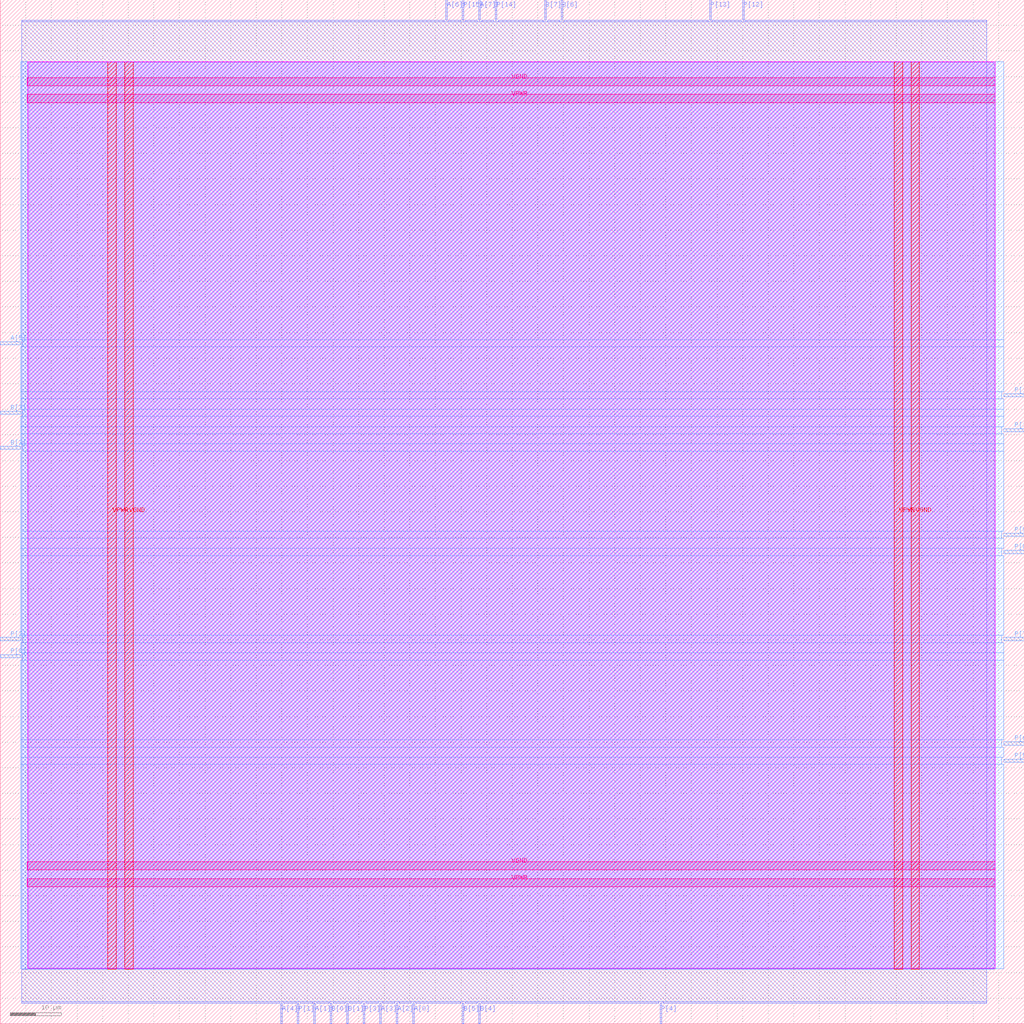
<source format=lef>
VERSION 5.7 ;
  NOWIREEXTENSIONATPIN ON ;
  DIVIDERCHAR "/" ;
  BUSBITCHARS "[]" ;
MACRO mult8_2bits_2op_e2471
  CLASS BLOCK ;
  FOREIGN mult8_2bits_2op_e2471 ;
  ORIGIN 0.000 0.000 ;
  SIZE 200.000 BY 200.000 ;
  PIN A[0]
    DIRECTION INPUT ;
    USE SIGNAL ;
    ANTENNAGATEAREA 0.495000 ;
    PORT
      LAYER met2 ;
        RECT 80.590 0.000 80.870 4.000 ;
    END
  END A[0]
  PIN A[1]
    DIRECTION INPUT ;
    USE SIGNAL ;
    ANTENNAGATEAREA 0.126000 ;
    PORT
      LAYER met2 ;
        RECT 61.270 0.000 61.550 4.000 ;
    END
  END A[1]
  PIN A[2]
    DIRECTION INPUT ;
    USE SIGNAL ;
    ANTENNAGATEAREA 0.742500 ;
    PORT
      LAYER met2 ;
        RECT 77.370 0.000 77.650 4.000 ;
    END
  END A[2]
  PIN A[3]
    DIRECTION INPUT ;
    USE SIGNAL ;
    ANTENNAGATEAREA 0.213000 ;
    PORT
      LAYER met2 ;
        RECT 74.150 0.000 74.430 4.000 ;
    END
  END A[3]
  PIN A[4]
    DIRECTION INPUT ;
    USE SIGNAL ;
    ANTENNAGATEAREA 0.126000 ;
    PORT
      LAYER met2 ;
        RECT 54.830 0.000 55.110 4.000 ;
    END
  END A[4]
  PIN A[5]
    DIRECTION INPUT ;
    USE SIGNAL ;
    ANTENNAGATEAREA 0.213000 ;
    PORT
      LAYER met3 ;
        RECT 0.000 132.640 4.000 133.240 ;
    END
  END A[5]
  PIN A[6]
    DIRECTION INPUT ;
    USE SIGNAL ;
    ANTENNAGATEAREA 0.196500 ;
    PORT
      LAYER met2 ;
        RECT 87.030 196.000 87.310 200.000 ;
    END
  END A[6]
  PIN A[7]
    DIRECTION INPUT ;
    USE SIGNAL ;
    ANTENNAGATEAREA 0.196500 ;
    PORT
      LAYER met2 ;
        RECT 93.470 196.000 93.750 200.000 ;
    END
  END A[7]
  PIN B[0]
    DIRECTION INPUT ;
    USE SIGNAL ;
    ANTENNAGATEAREA 0.213000 ;
    PORT
      LAYER met2 ;
        RECT 64.490 0.000 64.770 4.000 ;
    END
  END B[0]
  PIN B[1]
    DIRECTION INPUT ;
    USE SIGNAL ;
    ANTENNAGATEAREA 0.196500 ;
    PORT
      LAYER met2 ;
        RECT 67.710 0.000 67.990 4.000 ;
    END
  END B[1]
  PIN B[2]
    DIRECTION INPUT ;
    USE SIGNAL ;
    ANTENNAGATEAREA 0.495000 ;
    PORT
      LAYER met3 ;
        RECT 0.000 112.240 4.000 112.840 ;
    END
  END B[2]
  PIN B[3]
    DIRECTION INPUT ;
    USE SIGNAL ;
    ANTENNAGATEAREA 0.495000 ;
    PORT
      LAYER met3 ;
        RECT 0.000 119.040 4.000 119.640 ;
    END
  END B[3]
  PIN B[4]
    DIRECTION INPUT ;
    USE SIGNAL ;
    ANTENNAGATEAREA 0.213000 ;
    PORT
      LAYER met2 ;
        RECT 93.470 0.000 93.750 4.000 ;
    END
  END B[4]
  PIN B[5]
    DIRECTION INPUT ;
    USE SIGNAL ;
    ANTENNAGATEAREA 0.196500 ;
    PORT
      LAYER met2 ;
        RECT 90.250 0.000 90.530 4.000 ;
    END
  END B[5]
  PIN B[6]
    DIRECTION INPUT ;
    USE SIGNAL ;
    ANTENNAGATEAREA 0.495000 ;
    PORT
      LAYER met2 ;
        RECT 109.570 196.000 109.850 200.000 ;
    END
  END B[6]
  PIN B[7]
    DIRECTION INPUT ;
    USE SIGNAL ;
    ANTENNAGATEAREA 0.213000 ;
    PORT
      LAYER met2 ;
        RECT 106.350 196.000 106.630 200.000 ;
    END
  END B[7]
  PIN P[0]
    DIRECTION OUTPUT ;
    USE SIGNAL ;
    ANTENNADIFFAREA 0.445500 ;
    PORT
      LAYER met3 ;
        RECT 0.000 71.440 4.000 72.040 ;
    END
  END P[0]
  PIN P[10]
    DIRECTION OUTPUT ;
    USE SIGNAL ;
    ANTENNADIFFAREA 1.336500 ;
    PORT
      LAYER met3 ;
        RECT 196.000 115.640 200.000 116.240 ;
    END
  END P[10]
  PIN P[11]
    DIRECTION OUTPUT ;
    USE SIGNAL ;
    ANTENNADIFFAREA 1.336500 ;
    PORT
      LAYER met3 ;
        RECT 196.000 122.440 200.000 123.040 ;
    END
  END P[11]
  PIN P[12]
    DIRECTION OUTPUT ;
    USE SIGNAL ;
    ANTENNADIFFAREA 1.336500 ;
    PORT
      LAYER met2 ;
        RECT 144.990 196.000 145.270 200.000 ;
    END
  END P[12]
  PIN P[13]
    DIRECTION OUTPUT ;
    USE SIGNAL ;
    ANTENNADIFFAREA 1.336500 ;
    PORT
      LAYER met2 ;
        RECT 138.550 196.000 138.830 200.000 ;
    END
  END P[13]
  PIN P[14]
    DIRECTION OUTPUT ;
    USE SIGNAL ;
    ANTENNADIFFAREA 1.336500 ;
    PORT
      LAYER met2 ;
        RECT 96.690 196.000 96.970 200.000 ;
    END
  END P[14]
  PIN P[15]
    DIRECTION OUTPUT ;
    USE SIGNAL ;
    ANTENNADIFFAREA 1.336500 ;
    PORT
      LAYER met2 ;
        RECT 90.250 196.000 90.530 200.000 ;
    END
  END P[15]
  PIN P[1]
    DIRECTION OUTPUT ;
    USE SIGNAL ;
    ANTENNADIFFAREA 0.445500 ;
    PORT
      LAYER met2 ;
        RECT 58.050 0.000 58.330 4.000 ;
    END
  END P[1]
  PIN P[2]
    DIRECTION OUTPUT ;
    USE SIGNAL ;
    ANTENNADIFFAREA 0.445500 ;
    PORT
      LAYER met3 ;
        RECT 0.000 74.840 4.000 75.440 ;
    END
  END P[2]
  PIN P[3]
    DIRECTION OUTPUT ;
    USE SIGNAL ;
    ANTENNADIFFAREA 0.445500 ;
    PORT
      LAYER met2 ;
        RECT 70.930 0.000 71.210 4.000 ;
    END
  END P[3]
  PIN P[4]
    DIRECTION OUTPUT ;
    USE SIGNAL ;
    ANTENNADIFFAREA 0.445500 ;
    PORT
      LAYER met2 ;
        RECT 128.890 0.000 129.170 4.000 ;
    END
  END P[4]
  PIN P[5]
    DIRECTION OUTPUT ;
    USE SIGNAL ;
    ANTENNADIFFAREA 0.445500 ;
    PORT
      LAYER met3 ;
        RECT 196.000 51.040 200.000 51.640 ;
    END
  END P[5]
  PIN P[6]
    DIRECTION OUTPUT ;
    USE SIGNAL ;
    ANTENNADIFFAREA 0.795200 ;
    PORT
      LAYER met3 ;
        RECT 196.000 54.440 200.000 55.040 ;
    END
  END P[6]
  PIN P[7]
    DIRECTION OUTPUT ;
    USE SIGNAL ;
    ANTENNADIFFAREA 1.336500 ;
    PORT
      LAYER met3 ;
        RECT 196.000 74.840 200.000 75.440 ;
    END
  END P[7]
  PIN P[8]
    DIRECTION OUTPUT ;
    USE SIGNAL ;
    ANTENNADIFFAREA 1.336500 ;
    PORT
      LAYER met3 ;
        RECT 196.000 91.840 200.000 92.440 ;
    END
  END P[8]
  PIN P[9]
    DIRECTION OUTPUT ;
    USE SIGNAL ;
    ANTENNADIFFAREA 1.336500 ;
    PORT
      LAYER met3 ;
        RECT 196.000 95.240 200.000 95.840 ;
    END
  END P[9]
  PIN VGND
    DIRECTION INOUT ;
    USE GROUND ;
    PORT
      LAYER met4 ;
        RECT 24.340 10.640 25.940 187.920 ;
    END
    PORT
      LAYER met4 ;
        RECT 177.940 10.640 179.540 187.920 ;
    END
    PORT
      LAYER met5 ;
        RECT 5.280 30.030 194.360 31.630 ;
    END
    PORT
      LAYER met5 ;
        RECT 5.280 183.210 194.360 184.810 ;
    END
  END VGND
  PIN VPWR
    DIRECTION INOUT ;
    USE POWER ;
    PORT
      LAYER met4 ;
        RECT 21.040 10.640 22.640 187.920 ;
    END
    PORT
      LAYER met4 ;
        RECT 174.640 10.640 176.240 187.920 ;
    END
    PORT
      LAYER met5 ;
        RECT 5.280 26.730 194.360 28.330 ;
    END
    PORT
      LAYER met5 ;
        RECT 5.280 179.910 194.360 181.510 ;
    END
  END VPWR
  OBS
      LAYER nwell ;
        RECT 5.330 10.795 194.310 187.870 ;
      LAYER li1 ;
        RECT 5.520 10.795 194.120 187.765 ;
      LAYER met1 ;
        RECT 4.210 10.640 194.120 187.920 ;
      LAYER met2 ;
        RECT 4.230 195.720 86.750 196.000 ;
        RECT 87.590 195.720 89.970 196.000 ;
        RECT 90.810 195.720 93.190 196.000 ;
        RECT 94.030 195.720 96.410 196.000 ;
        RECT 97.250 195.720 106.070 196.000 ;
        RECT 106.910 195.720 109.290 196.000 ;
        RECT 110.130 195.720 138.270 196.000 ;
        RECT 139.110 195.720 144.710 196.000 ;
        RECT 145.550 195.720 192.650 196.000 ;
        RECT 4.230 4.280 192.650 195.720 ;
        RECT 4.230 4.000 54.550 4.280 ;
        RECT 55.390 4.000 57.770 4.280 ;
        RECT 58.610 4.000 60.990 4.280 ;
        RECT 61.830 4.000 64.210 4.280 ;
        RECT 65.050 4.000 67.430 4.280 ;
        RECT 68.270 4.000 70.650 4.280 ;
        RECT 71.490 4.000 73.870 4.280 ;
        RECT 74.710 4.000 77.090 4.280 ;
        RECT 77.930 4.000 80.310 4.280 ;
        RECT 81.150 4.000 89.970 4.280 ;
        RECT 90.810 4.000 93.190 4.280 ;
        RECT 94.030 4.000 128.610 4.280 ;
        RECT 129.450 4.000 192.650 4.280 ;
      LAYER met3 ;
        RECT 3.990 133.640 196.000 187.845 ;
        RECT 4.400 132.240 196.000 133.640 ;
        RECT 3.990 123.440 196.000 132.240 ;
        RECT 3.990 122.040 195.600 123.440 ;
        RECT 3.990 120.040 196.000 122.040 ;
        RECT 4.400 118.640 196.000 120.040 ;
        RECT 3.990 116.640 196.000 118.640 ;
        RECT 3.990 115.240 195.600 116.640 ;
        RECT 3.990 113.240 196.000 115.240 ;
        RECT 4.400 111.840 196.000 113.240 ;
        RECT 3.990 96.240 196.000 111.840 ;
        RECT 3.990 94.840 195.600 96.240 ;
        RECT 3.990 92.840 196.000 94.840 ;
        RECT 3.990 91.440 195.600 92.840 ;
        RECT 3.990 75.840 196.000 91.440 ;
        RECT 4.400 74.440 195.600 75.840 ;
        RECT 3.990 72.440 196.000 74.440 ;
        RECT 4.400 71.040 196.000 72.440 ;
        RECT 3.990 55.440 196.000 71.040 ;
        RECT 3.990 54.040 195.600 55.440 ;
        RECT 3.990 52.040 196.000 54.040 ;
        RECT 3.990 50.640 195.600 52.040 ;
        RECT 3.990 10.715 196.000 50.640 ;
  END
END mult8_2bits_2op_e2471
END LIBRARY


</source>
